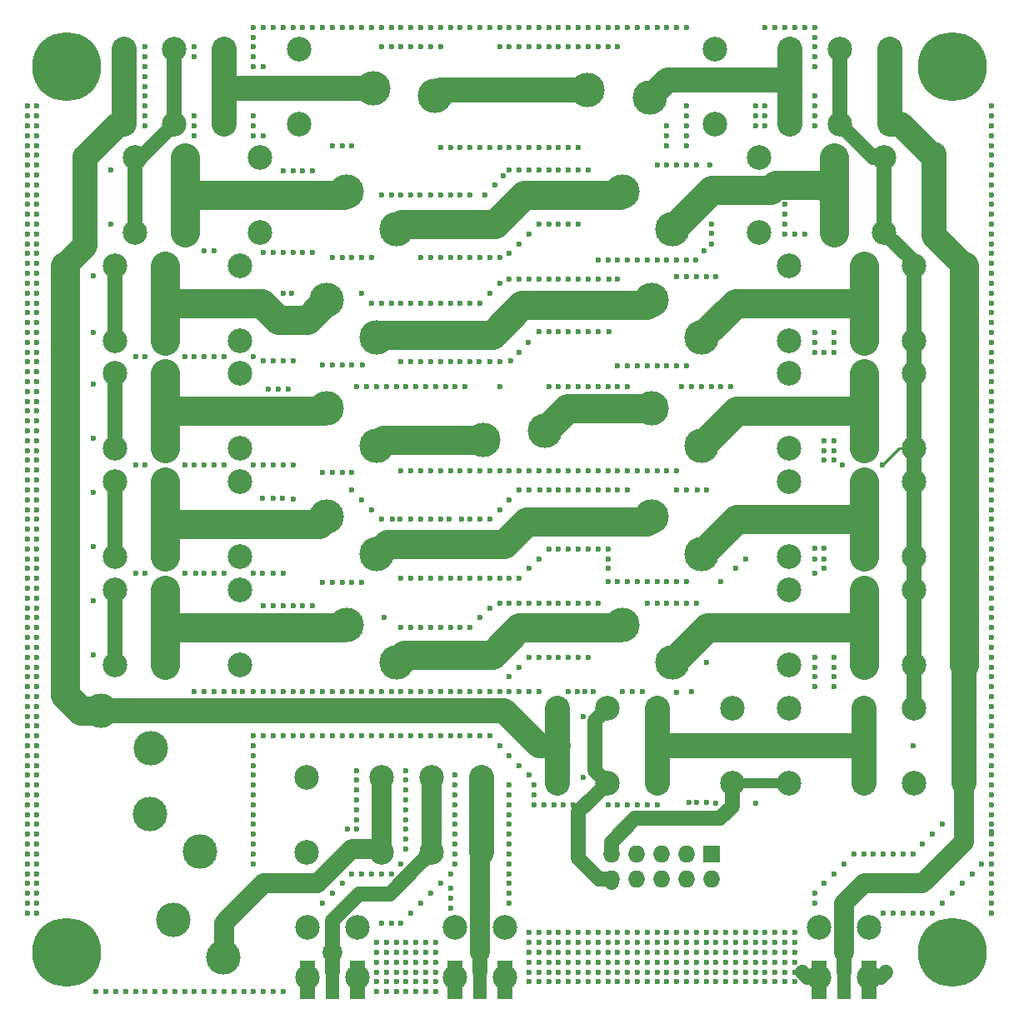
<source format=gtl>
G04 #@! TF.FileFunction,Copper,L1,Top,Signal*
%FSLAX46Y46*%
G04 Gerber Fmt 4.6, Leading zero omitted, Abs format (unit mm)*
G04 Created by KiCad (PCBNEW 4.0.7) date 07/05/18 17:57:39*
%MOMM*%
%LPD*%
G01*
G04 APERTURE LIST*
%ADD10C,0.100000*%
%ADD11C,3.500000*%
%ADD12C,0.600000*%
%ADD13R,1.727200X1.727200*%
%ADD14O,1.727200X1.727200*%
%ADD15C,2.500000*%
%ADD16C,1.998980*%
%ADD17C,2.499360*%
%ADD18C,7.000000*%
%ADD19R,1.400000X4.000000*%
%ADD20R,1.500000X4.000000*%
%ADD21C,0.250000*%
%ADD22C,1.500000*%
%ADD23C,3.000000*%
%ADD24C,2.000000*%
%ADD25C,2.500000*%
%ADD26C,1.000000*%
G04 APERTURE END LIST*
D10*
D11*
X112965295Y-52370148D03*
X119269705Y-53129705D03*
D12*
X91500000Y-139000000D03*
X92500000Y-139000000D03*
X93500000Y-139000000D03*
X94500000Y-139000000D03*
X95500000Y-139000000D03*
X96500000Y-139000000D03*
X97500000Y-139000000D03*
X91500000Y-140000000D03*
X92500000Y-140000000D03*
X93500000Y-140000000D03*
X94500000Y-140000000D03*
X95500000Y-140000000D03*
X96500000Y-140000000D03*
X97500000Y-140000000D03*
X91500000Y-141000000D03*
X92500000Y-141000000D03*
X93500000Y-141000000D03*
X94500000Y-141000000D03*
X95500000Y-141000000D03*
X96500000Y-141000000D03*
X97500000Y-141000000D03*
X91500000Y-142000000D03*
X92500000Y-142000000D03*
X93500000Y-142000000D03*
X94500000Y-142000000D03*
X95500000Y-142000000D03*
X96500000Y-142000000D03*
X97500000Y-142000000D03*
X91500000Y-143000000D03*
X92500000Y-143000000D03*
X93500000Y-143000000D03*
X94500000Y-143000000D03*
X95500000Y-143000000D03*
X96500000Y-143000000D03*
X97500000Y-143000000D03*
X91500000Y-144000000D03*
X92500000Y-144000000D03*
X93500000Y-144000000D03*
X94500000Y-144000000D03*
X95500000Y-144000000D03*
X96500000Y-144000000D03*
X97500000Y-144000000D03*
D11*
X91165295Y-52170148D03*
X97469705Y-52929705D03*
X116460000Y-62730000D03*
X121540000Y-66540000D03*
X119460000Y-84730000D03*
X124540000Y-88540000D03*
D12*
X134000000Y-143000000D03*
X133000000Y-143000000D03*
X132000000Y-143000000D03*
X131000000Y-143000000D03*
X130000000Y-143000000D03*
X129000000Y-143000000D03*
X128000000Y-143000000D03*
X127000000Y-143000000D03*
X126000000Y-143000000D03*
X125000000Y-143000000D03*
X124000000Y-143000000D03*
X123000000Y-143000000D03*
X122000000Y-143000000D03*
X121000000Y-143000000D03*
X120000000Y-143000000D03*
X119000000Y-143000000D03*
X118000000Y-143000000D03*
X117000000Y-143000000D03*
X116000000Y-143000000D03*
X115000000Y-143000000D03*
X114000000Y-143000000D03*
X113000000Y-143000000D03*
X112000000Y-143000000D03*
X111000000Y-143000000D03*
X110000000Y-143000000D03*
X109000000Y-143000000D03*
X108000000Y-143000000D03*
X107000000Y-143000000D03*
X134000000Y-142000000D03*
X133000000Y-142000000D03*
X132000000Y-142000000D03*
X131000000Y-142000000D03*
X130000000Y-142000000D03*
X129000000Y-142000000D03*
X128000000Y-142000000D03*
X127000000Y-142000000D03*
X126000000Y-142000000D03*
X125000000Y-142000000D03*
X124000000Y-142000000D03*
X123000000Y-142000000D03*
X122000000Y-142000000D03*
X121000000Y-142000000D03*
X120000000Y-142000000D03*
X119000000Y-142000000D03*
X118000000Y-142000000D03*
X117000000Y-142000000D03*
X116000000Y-142000000D03*
X115000000Y-142000000D03*
X114000000Y-142000000D03*
X113000000Y-142000000D03*
X112000000Y-142000000D03*
X111000000Y-142000000D03*
X110000000Y-142000000D03*
X109000000Y-142000000D03*
X108000000Y-142000000D03*
X107000000Y-142000000D03*
X134000000Y-141000000D03*
X133000000Y-141000000D03*
X132000000Y-141000000D03*
X131000000Y-141000000D03*
X130000000Y-141000000D03*
X129000000Y-141000000D03*
X128000000Y-141000000D03*
X127000000Y-141000000D03*
X126000000Y-141000000D03*
X125000000Y-141000000D03*
X124000000Y-141000000D03*
X123000000Y-141000000D03*
X122000000Y-141000000D03*
X121000000Y-141000000D03*
X120000000Y-141000000D03*
X119000000Y-141000000D03*
X118000000Y-141000000D03*
X117000000Y-141000000D03*
X116000000Y-141000000D03*
X115000000Y-141000000D03*
X114000000Y-141000000D03*
X113000000Y-141000000D03*
X112000000Y-141000000D03*
X111000000Y-141000000D03*
X110000000Y-141000000D03*
X109000000Y-141000000D03*
X108000000Y-141000000D03*
X107000000Y-141000000D03*
X134000000Y-140000000D03*
X133000000Y-140000000D03*
X132000000Y-140000000D03*
X131000000Y-140000000D03*
X130000000Y-140000000D03*
X129000000Y-140000000D03*
X128000000Y-140000000D03*
X127000000Y-140000000D03*
X126000000Y-140000000D03*
X125000000Y-140000000D03*
X124000000Y-140000000D03*
X123000000Y-140000000D03*
X122000000Y-140000000D03*
X121000000Y-140000000D03*
X120000000Y-140000000D03*
X119000000Y-140000000D03*
X118000000Y-140000000D03*
X117000000Y-140000000D03*
X116000000Y-140000000D03*
X115000000Y-140000000D03*
X114000000Y-140000000D03*
X113000000Y-140000000D03*
X112000000Y-140000000D03*
X111000000Y-140000000D03*
X110000000Y-140000000D03*
X109000000Y-140000000D03*
X108000000Y-140000000D03*
X107000000Y-140000000D03*
X134000000Y-139000000D03*
X133000000Y-139000000D03*
X132000000Y-139000000D03*
X131000000Y-139000000D03*
X130000000Y-139000000D03*
X129000000Y-139000000D03*
X128000000Y-139000000D03*
X127000000Y-139000000D03*
X126000000Y-139000000D03*
X125000000Y-139000000D03*
X124000000Y-139000000D03*
X123000000Y-139000000D03*
X122000000Y-139000000D03*
X121000000Y-139000000D03*
X120000000Y-139000000D03*
X119000000Y-139000000D03*
X118000000Y-139000000D03*
X117000000Y-139000000D03*
X116000000Y-139000000D03*
X115000000Y-139000000D03*
X114000000Y-139000000D03*
X113000000Y-139000000D03*
X112000000Y-139000000D03*
X111000000Y-139000000D03*
X110000000Y-139000000D03*
X109000000Y-139000000D03*
X108000000Y-139000000D03*
X107000000Y-139000000D03*
X134000000Y-138000000D03*
X133000000Y-138000000D03*
X132000000Y-138000000D03*
X131000000Y-138000000D03*
X130000000Y-138000000D03*
X129000000Y-138000000D03*
X128000000Y-138000000D03*
X127000000Y-138000000D03*
X126000000Y-138000000D03*
X125000000Y-138000000D03*
X124000000Y-138000000D03*
X123000000Y-138000000D03*
X122000000Y-138000000D03*
X121000000Y-138000000D03*
X120000000Y-138000000D03*
X119000000Y-138000000D03*
X118000000Y-138000000D03*
X117000000Y-138000000D03*
X116000000Y-138000000D03*
X115000000Y-138000000D03*
X114000000Y-138000000D03*
X113000000Y-138000000D03*
X112000000Y-138000000D03*
X111000000Y-138000000D03*
X110000000Y-138000000D03*
X109000000Y-138000000D03*
X108000000Y-138000000D03*
X107000000Y-138000000D03*
X154000000Y-136000000D03*
X154000000Y-135000000D03*
X154000000Y-134000000D03*
X154000000Y-133000000D03*
X154000000Y-132000000D03*
X154000000Y-131000000D03*
X154000000Y-130000000D03*
X154000000Y-129000000D03*
X154000000Y-128000000D03*
X154000000Y-127000000D03*
X154000000Y-126000000D03*
X154000000Y-125000000D03*
X154000000Y-124000000D03*
X154000000Y-123000000D03*
X154000000Y-122000000D03*
X154000000Y-121000000D03*
X154000000Y-120000000D03*
X154000000Y-119000000D03*
X154000000Y-118000000D03*
X154000000Y-117000000D03*
X154000000Y-116000000D03*
X154000000Y-115000000D03*
X154000000Y-114000000D03*
X154000000Y-113000000D03*
X154000000Y-112000000D03*
X154000000Y-111000000D03*
X154000000Y-110000000D03*
X154000000Y-109000000D03*
X154000000Y-108000000D03*
X154000000Y-107000000D03*
X154000000Y-106000000D03*
X154000000Y-105000000D03*
X154000000Y-104000000D03*
X154000000Y-103000000D03*
X154000000Y-102000000D03*
X154000000Y-101000000D03*
X154000000Y-100000000D03*
X154000000Y-99000000D03*
X154000000Y-98000000D03*
X154000000Y-97000000D03*
X154000000Y-96000000D03*
X154000000Y-95000000D03*
X154000000Y-94000000D03*
X154000000Y-93000000D03*
X154000000Y-92000000D03*
X154000000Y-91000000D03*
X154000000Y-90000000D03*
X154000000Y-89000000D03*
X154000000Y-88000000D03*
X154000000Y-87000000D03*
X154000000Y-86000000D03*
X154000000Y-85000000D03*
X154000000Y-84000000D03*
X154000000Y-83000000D03*
X154000000Y-82000000D03*
X154000000Y-81000000D03*
X154000000Y-80000000D03*
X154000000Y-79000000D03*
X154000000Y-78000000D03*
X154000000Y-77000000D03*
X154000000Y-76000000D03*
X154000000Y-75000000D03*
X154000000Y-74000000D03*
X154000000Y-73000000D03*
X154000000Y-72000000D03*
X154000000Y-71000000D03*
X154000000Y-70000000D03*
X154000000Y-69000000D03*
X154000000Y-68000000D03*
X154000000Y-67000000D03*
X154000000Y-66000000D03*
X154000000Y-65000000D03*
X154000000Y-64000000D03*
X154000000Y-63000000D03*
X154000000Y-62000000D03*
X154000000Y-61000000D03*
X154000000Y-60000000D03*
X154000000Y-59000000D03*
X154000000Y-58000000D03*
X154000000Y-57000000D03*
X154000000Y-56000000D03*
X154000000Y-55000000D03*
X154000000Y-54000000D03*
X57000000Y-136000000D03*
X56000000Y-136000000D03*
X57000000Y-135000000D03*
X56000000Y-135000000D03*
X57000000Y-134000000D03*
X56000000Y-134000000D03*
X57000000Y-133000000D03*
X56000000Y-133000000D03*
X57000000Y-132000000D03*
X56000000Y-132000000D03*
X57000000Y-131000000D03*
X56000000Y-131000000D03*
X57000000Y-130000000D03*
X56000000Y-130000000D03*
X57000000Y-129000000D03*
X56000000Y-129000000D03*
X57000000Y-128000000D03*
X56000000Y-128000000D03*
X57000000Y-127000000D03*
X56000000Y-127000000D03*
X57000000Y-126000000D03*
X56000000Y-126000000D03*
X57000000Y-125000000D03*
X56000000Y-125000000D03*
X57000000Y-124000000D03*
X56000000Y-124000000D03*
X57000000Y-123000000D03*
X56000000Y-123000000D03*
X57000000Y-122000000D03*
X56000000Y-122000000D03*
X57000000Y-121000000D03*
X56000000Y-121000000D03*
X57000000Y-120000000D03*
X56000000Y-120000000D03*
X57000000Y-119000000D03*
X56000000Y-119000000D03*
X57000000Y-118000000D03*
X56000000Y-118000000D03*
X57000000Y-117000000D03*
X56000000Y-117000000D03*
X57000000Y-116000000D03*
X56000000Y-116000000D03*
X57000000Y-115000000D03*
X56000000Y-115000000D03*
X57000000Y-114000000D03*
X56000000Y-114000000D03*
X57000000Y-113000000D03*
X56000000Y-113000000D03*
X57000000Y-112000000D03*
X56000000Y-112000000D03*
X57000000Y-111000000D03*
X56000000Y-111000000D03*
X57000000Y-110000000D03*
X56000000Y-110000000D03*
X57000000Y-109000000D03*
X56000000Y-109000000D03*
X57000000Y-108000000D03*
X56000000Y-108000000D03*
X57000000Y-107000000D03*
X56000000Y-107000000D03*
X57000000Y-106000000D03*
X56000000Y-106000000D03*
X57000000Y-105000000D03*
X56000000Y-105000000D03*
X57000000Y-104000000D03*
X56000000Y-104000000D03*
X57000000Y-103000000D03*
X56000000Y-103000000D03*
X57000000Y-102000000D03*
X56000000Y-102000000D03*
X57000000Y-101000000D03*
X56000000Y-101000000D03*
X57000000Y-100000000D03*
X56000000Y-100000000D03*
X57000000Y-99000000D03*
X56000000Y-99000000D03*
X57000000Y-98000000D03*
X56000000Y-98000000D03*
X57000000Y-97000000D03*
X56000000Y-97000000D03*
X57000000Y-96000000D03*
X56000000Y-96000000D03*
X57000000Y-95000000D03*
X56000000Y-95000000D03*
X57000000Y-94000000D03*
X56000000Y-94000000D03*
X57000000Y-93000000D03*
X56000000Y-93000000D03*
X57000000Y-92000000D03*
X56000000Y-92000000D03*
X57000000Y-91000000D03*
X56000000Y-91000000D03*
X57000000Y-90000000D03*
X56000000Y-90000000D03*
X57000000Y-89000000D03*
X56000000Y-89000000D03*
X57000000Y-88000000D03*
X56000000Y-88000000D03*
X57000000Y-87000000D03*
X56000000Y-87000000D03*
X57000000Y-86000000D03*
X56000000Y-86000000D03*
X57000000Y-85000000D03*
X56000000Y-85000000D03*
X57000000Y-84000000D03*
X56000000Y-84000000D03*
X57000000Y-83000000D03*
X56000000Y-83000000D03*
X57000000Y-82000000D03*
X56000000Y-82000000D03*
X57000000Y-81000000D03*
X56000000Y-81000000D03*
X57000000Y-80000000D03*
X56000000Y-80000000D03*
X57000000Y-79000000D03*
X56000000Y-79000000D03*
X57000000Y-78000000D03*
X56000000Y-78000000D03*
X57000000Y-77000000D03*
X56000000Y-77000000D03*
X57000000Y-76000000D03*
X56000000Y-76000000D03*
X57000000Y-75000000D03*
X56000000Y-75000000D03*
X57000000Y-74000000D03*
X56000000Y-74000000D03*
X57000000Y-73000000D03*
X56000000Y-73000000D03*
X57000000Y-72000000D03*
X56000000Y-72000000D03*
X57000000Y-71000000D03*
X56000000Y-71000000D03*
X57000000Y-70000000D03*
X56000000Y-70000000D03*
X57000000Y-69000000D03*
X56000000Y-69000000D03*
X57000000Y-68000000D03*
X56000000Y-68000000D03*
X57000000Y-67000000D03*
X56000000Y-67000000D03*
X57000000Y-66000000D03*
X56000000Y-66000000D03*
X57000000Y-65000000D03*
X56000000Y-65000000D03*
X57000000Y-64000000D03*
X56000000Y-64000000D03*
X57000000Y-63000000D03*
X56000000Y-63000000D03*
X57000000Y-62000000D03*
X56000000Y-62000000D03*
X57000000Y-61000000D03*
X56000000Y-61000000D03*
X57000000Y-60000000D03*
X56000000Y-60000000D03*
X57000000Y-59000000D03*
X56000000Y-59000000D03*
X57000000Y-58000000D03*
X56000000Y-58000000D03*
X57000000Y-57000000D03*
X56000000Y-57000000D03*
X57000000Y-56000000D03*
X56000000Y-56000000D03*
X57000000Y-55000000D03*
X56000000Y-55000000D03*
X57000000Y-54000000D03*
D13*
X125500000Y-130000000D03*
D14*
X125500000Y-132540000D03*
X122960000Y-130000000D03*
X122960000Y-132540000D03*
X120420000Y-130000000D03*
X120420000Y-132540000D03*
X117880000Y-130000000D03*
X117880000Y-132540000D03*
X115340000Y-130000000D03*
X115340000Y-132540000D03*
D15*
X133380000Y-70190000D03*
X133380000Y-77810000D03*
X141000000Y-70190000D03*
X141000000Y-77810000D03*
X146080000Y-70190000D03*
X146080000Y-77810000D03*
X151160000Y-70190000D03*
X151160000Y-77810000D03*
D11*
X119460000Y-95730000D03*
X124540000Y-99540000D03*
D15*
X127620000Y-122810000D03*
X127620000Y-115190000D03*
X120000000Y-122810000D03*
X120000000Y-115190000D03*
X114920000Y-122810000D03*
X114920000Y-115190000D03*
X109840000Y-122810000D03*
X109840000Y-115190000D03*
X83620000Y-55810000D03*
X83620000Y-48190000D03*
X76000000Y-55810000D03*
X76000000Y-48190000D03*
X70920000Y-55810000D03*
X70920000Y-48190000D03*
X65840000Y-55810000D03*
X65840000Y-48190000D03*
X133380000Y-103190000D03*
X133380000Y-110810000D03*
X141000000Y-103190000D03*
X141000000Y-110810000D03*
X146080000Y-103190000D03*
X146080000Y-110810000D03*
X151160000Y-103190000D03*
X151160000Y-110810000D03*
D11*
X86460000Y-95730000D03*
X91540000Y-99540000D03*
D16*
X102000000Y-140000000D03*
D17*
X104540000Y-137460000D03*
X104540000Y-142540000D03*
X99460000Y-142540000D03*
X99460000Y-137460000D03*
D16*
X139000000Y-140000000D03*
D17*
X141540000Y-137460000D03*
X141540000Y-142540000D03*
X136460000Y-142540000D03*
X136460000Y-137460000D03*
D18*
X60000000Y-50000000D03*
X150000000Y-140000000D03*
X60000000Y-140000000D03*
X150000000Y-50000000D03*
D16*
X87000000Y-140000000D03*
D17*
X89540000Y-137460000D03*
X89540000Y-142540000D03*
X84460000Y-142540000D03*
X84460000Y-137460000D03*
D11*
X86460000Y-84730000D03*
X91540000Y-88540000D03*
X75940000Y-140470000D03*
X70860000Y-136660000D03*
X88460000Y-62730000D03*
X93540000Y-66540000D03*
X86460000Y-73730000D03*
X91540000Y-77540000D03*
X88460000Y-106730000D03*
X93540000Y-110540000D03*
X73540000Y-129770000D03*
X68460000Y-125960000D03*
X119460000Y-73730000D03*
X124540000Y-77540000D03*
X116460000Y-106730000D03*
X121540000Y-110540000D03*
X68540000Y-119270000D03*
X63460000Y-115460000D03*
D15*
X84380000Y-122190000D03*
X84380000Y-129810000D03*
X92000000Y-122190000D03*
X92000000Y-129810000D03*
X97080000Y-122190000D03*
X97080000Y-129810000D03*
X102160000Y-122190000D03*
X102160000Y-129810000D03*
X79620000Y-66810000D03*
X79620000Y-59190000D03*
X72000000Y-66810000D03*
X72000000Y-59190000D03*
X66920000Y-66810000D03*
X66920000Y-59190000D03*
X61840000Y-66810000D03*
X61840000Y-59190000D03*
X77620000Y-77810000D03*
X77620000Y-70190000D03*
X70000000Y-77810000D03*
X70000000Y-70190000D03*
X64920000Y-77810000D03*
X64920000Y-70190000D03*
X59840000Y-77810000D03*
X59840000Y-70190000D03*
X77620000Y-88810000D03*
X77620000Y-81190000D03*
X70000000Y-88810000D03*
X70000000Y-81190000D03*
X64920000Y-88810000D03*
X64920000Y-81190000D03*
X59840000Y-88810000D03*
X59840000Y-81190000D03*
X77620000Y-99810000D03*
X77620000Y-92190000D03*
X70000000Y-99810000D03*
X70000000Y-92190000D03*
X64920000Y-99810000D03*
X64920000Y-92190000D03*
X59840000Y-99810000D03*
X59840000Y-92190000D03*
X77620000Y-110810000D03*
X77620000Y-103190000D03*
X70000000Y-110810000D03*
X70000000Y-103190000D03*
X64920000Y-110810000D03*
X64920000Y-103190000D03*
X59840000Y-110810000D03*
X59840000Y-103190000D03*
X125880000Y-48190000D03*
X125880000Y-55810000D03*
X133500000Y-48190000D03*
X133500000Y-55810000D03*
X138580000Y-48190000D03*
X138580000Y-55810000D03*
X143660000Y-48190000D03*
X143660000Y-55810000D03*
X130380000Y-59190000D03*
X130380000Y-66810000D03*
X138000000Y-59190000D03*
X138000000Y-66810000D03*
X143080000Y-59190000D03*
X143080000Y-66810000D03*
X148160000Y-59190000D03*
X148160000Y-66810000D03*
X133380000Y-81190000D03*
X133380000Y-88810000D03*
X141000000Y-81190000D03*
X141000000Y-88810000D03*
X146080000Y-81190000D03*
X146080000Y-88810000D03*
X151160000Y-81190000D03*
X151160000Y-88810000D03*
X133380000Y-92190000D03*
X133380000Y-99810000D03*
X141000000Y-92190000D03*
X141000000Y-99810000D03*
X146080000Y-92190000D03*
X146080000Y-99810000D03*
X151160000Y-92190000D03*
X151160000Y-99810000D03*
X133380000Y-115190000D03*
X133380000Y-122810000D03*
X141000000Y-115190000D03*
X141000000Y-122810000D03*
X146080000Y-115190000D03*
X146080000Y-122810000D03*
X151160000Y-115190000D03*
X151160000Y-122810000D03*
D11*
X102305923Y-87898026D03*
X108592102Y-87000000D03*
D19*
X102000000Y-142800000D03*
D20*
X104540000Y-142800000D03*
X99460000Y-142800000D03*
D19*
X87000000Y-142800000D03*
D20*
X89540000Y-142800000D03*
X84460000Y-142800000D03*
D19*
X139000000Y-142800000D03*
D20*
X141540000Y-142800000D03*
X136460000Y-142800000D03*
D12*
X56000000Y-54000000D03*
X138000000Y-90000000D03*
X138000000Y-89000000D03*
X138000000Y-88000000D03*
X138000000Y-77000000D03*
X138000000Y-78000000D03*
X138000000Y-79000000D03*
X137000000Y-79000000D03*
X136000000Y-79000000D03*
X136000000Y-78000000D03*
X136000000Y-77000000D03*
X137000000Y-90000000D03*
X137000000Y-89000000D03*
X137000000Y-88000000D03*
X138800000Y-90500000D03*
X142900000Y-90500000D03*
X137000000Y-101000000D03*
X137000000Y-100000000D03*
X137000000Y-98900000D03*
X136000000Y-98900000D03*
X136000000Y-100000000D03*
X136000000Y-101500000D03*
X138000000Y-113000000D03*
X138000000Y-112000000D03*
X138000000Y-111000000D03*
X138000000Y-110000000D03*
X136000000Y-110000000D03*
X136000000Y-111000000D03*
X136000000Y-112000000D03*
X136000000Y-113000000D03*
X131000000Y-46000000D03*
X132000000Y-46000000D03*
X133000000Y-46000000D03*
X134000000Y-46000000D03*
X135000000Y-46000000D03*
X136000000Y-46000000D03*
X136000000Y-47000000D03*
X123000000Y-46000000D03*
X122000000Y-46000000D03*
X121000000Y-46000000D03*
X120000000Y-46000000D03*
X119000000Y-46000000D03*
X118000000Y-46000000D03*
X117000000Y-46000000D03*
X136000000Y-50000000D03*
X136000000Y-49000000D03*
X136000000Y-48000000D03*
X136000000Y-53000000D03*
X136000000Y-54000000D03*
X136000000Y-55000000D03*
X136000000Y-56000000D03*
X87000000Y-58000000D03*
X88000000Y-58000000D03*
X89000000Y-58000000D03*
X98000000Y-58200000D03*
X99000000Y-58200000D03*
X100000000Y-58200000D03*
X101000000Y-58200000D03*
X102000000Y-58200000D03*
X103000000Y-58200000D03*
X104000000Y-58200000D03*
X105000000Y-58200000D03*
X106000000Y-58200000D03*
X107000000Y-58200000D03*
X108000000Y-58200000D03*
X109000000Y-58200000D03*
X110000000Y-58200000D03*
X111000000Y-58200000D03*
X112000000Y-58200000D03*
X68000000Y-56000000D03*
X68000000Y-56000000D03*
X68000000Y-55000000D03*
X68000000Y-54000000D03*
X68000000Y-53000000D03*
X68000000Y-52000000D03*
X68000000Y-51000000D03*
X68000000Y-50000000D03*
X68000000Y-49000000D03*
X68000000Y-48000000D03*
X73000000Y-49000000D03*
X73000000Y-48000000D03*
X73000000Y-55000000D03*
X73000000Y-56000000D03*
X73000000Y-57000000D03*
X80000000Y-57000000D03*
X79000000Y-57000000D03*
X79000000Y-56000000D03*
X79000000Y-55000000D03*
X116000000Y-46000000D03*
X115000000Y-46000000D03*
X114000000Y-46000000D03*
X113000000Y-46000000D03*
X112000000Y-46000000D03*
X111000000Y-46000000D03*
X110000000Y-46000000D03*
X109000000Y-46000000D03*
X108000000Y-46000000D03*
X107000000Y-46000000D03*
X106000000Y-46000000D03*
X105000000Y-46000000D03*
X104000000Y-46000000D03*
X103000000Y-46000000D03*
X102000000Y-46000000D03*
X101000000Y-46000000D03*
X100000000Y-46000000D03*
X99000000Y-46000000D03*
X98000000Y-46000000D03*
X97000000Y-46000000D03*
X96000000Y-46000000D03*
X95000000Y-46000000D03*
X94000000Y-46000000D03*
X93000000Y-46000000D03*
X92000000Y-46000000D03*
X91000000Y-46000000D03*
X90000000Y-46000000D03*
X89000000Y-46000000D03*
X88000000Y-46000000D03*
X87000000Y-46000000D03*
X86000000Y-46000000D03*
X85000000Y-46000000D03*
X84000000Y-46000000D03*
X83000000Y-46000000D03*
X82000000Y-46000000D03*
X81000000Y-46000000D03*
X80000000Y-46000000D03*
X79000000Y-46000000D03*
X79000000Y-47000000D03*
X79000000Y-48000000D03*
X79000000Y-49000000D03*
X79000000Y-50000000D03*
X80000000Y-50000000D03*
X92000000Y-48000000D03*
X93000000Y-48000000D03*
X94000000Y-48000000D03*
X95000000Y-48000000D03*
X96000000Y-48000000D03*
X97000000Y-48000000D03*
X98000000Y-48000000D03*
X116000000Y-48000000D03*
X115000000Y-48000000D03*
X114000000Y-48000000D03*
X113000000Y-48000000D03*
X112000000Y-48000000D03*
X111000000Y-48000000D03*
X110000000Y-48000000D03*
X109000000Y-48000000D03*
X108000000Y-48000000D03*
X107000000Y-48000000D03*
X106000000Y-48000000D03*
X105000000Y-48000000D03*
X104000000Y-48000000D03*
X123000000Y-58000000D03*
X121000000Y-57000000D03*
X121000000Y-56000000D03*
X121000000Y-56000000D03*
X121000000Y-58000000D03*
X123000000Y-57000000D03*
X123000000Y-56000000D03*
X123000000Y-55000000D03*
X123000000Y-54000000D03*
X131000000Y-54000000D03*
X131000000Y-55000000D03*
X131000000Y-56000000D03*
X130000000Y-56000000D03*
X130000000Y-55000000D03*
X130000000Y-54000000D03*
X135000000Y-67000000D03*
X134000000Y-67000000D03*
X133000000Y-67000000D03*
X133000000Y-66000000D03*
X133000000Y-65000000D03*
X133000000Y-64000000D03*
X133000000Y-64000000D03*
X80500000Y-82750000D03*
X81500000Y-82750000D03*
X82500000Y-82750000D03*
X89500000Y-82500000D03*
X90500000Y-82500000D03*
X91500000Y-82500000D03*
X92500000Y-82500000D03*
X93500000Y-82500000D03*
X94500000Y-82500000D03*
X95500000Y-82500000D03*
X96500000Y-82500000D03*
X97500000Y-82500000D03*
X98500000Y-82500000D03*
X99500000Y-82500000D03*
X100500000Y-82500000D03*
X104000000Y-82500000D03*
X109000000Y-82500000D03*
X110000000Y-82500000D03*
X111000000Y-82500000D03*
X112000000Y-82500000D03*
X113000000Y-82500000D03*
X114000000Y-82500000D03*
X115000000Y-82500000D03*
X116000000Y-82500000D03*
X117000000Y-82500000D03*
X122500000Y-82500000D03*
X123500000Y-82500000D03*
X124500000Y-82500000D03*
X125500000Y-82500000D03*
X126500000Y-82500000D03*
X127500000Y-82500000D03*
X63000000Y-144000000D03*
X64000000Y-144000000D03*
X65000000Y-144000000D03*
X66000000Y-144000000D03*
X67000000Y-144000000D03*
X68000000Y-144000000D03*
X69000000Y-144000000D03*
X70000000Y-144000000D03*
X71000000Y-144000000D03*
X72000000Y-144000000D03*
X73000000Y-144000000D03*
X74000000Y-144000000D03*
X75000000Y-144000000D03*
X76000000Y-144000000D03*
X77000000Y-144000000D03*
X78000000Y-144000000D03*
X79000000Y-144000000D03*
X80000000Y-144000000D03*
X81000000Y-144000000D03*
X82000000Y-144000000D03*
X82000000Y-144000000D03*
X123250000Y-124750000D03*
X124000000Y-124750000D03*
X125000000Y-124750000D03*
X125000000Y-124750000D03*
X120000000Y-125000000D03*
X119000000Y-125000000D03*
X118000000Y-125000000D03*
X117000000Y-125000000D03*
X116000000Y-125000000D03*
X111500000Y-125000000D03*
X110500000Y-125000000D03*
X109500000Y-125000000D03*
X108500000Y-125000000D03*
X107500000Y-125000000D03*
X107500000Y-124000000D03*
X107500000Y-123000000D03*
X107000000Y-122000000D03*
X106000000Y-121000000D03*
X105000000Y-120000000D03*
X104000000Y-119000000D03*
X103000000Y-118000000D03*
X102000000Y-118000000D03*
X101000000Y-118000000D03*
X100000000Y-118000000D03*
X99000000Y-118000000D03*
X98000000Y-118000000D03*
X97000000Y-118000000D03*
X96000000Y-118000000D03*
X95000000Y-118000000D03*
X94000000Y-118000000D03*
X93000000Y-118000000D03*
X92000000Y-118000000D03*
X91000000Y-118000000D03*
X90000000Y-118000000D03*
X89000000Y-118000000D03*
X88000000Y-118000000D03*
X87000000Y-118000000D03*
X86000000Y-118000000D03*
X85000000Y-118000000D03*
X84000000Y-118000000D03*
X83000000Y-118000000D03*
X82000000Y-118000000D03*
X81000000Y-118000000D03*
X80000000Y-118000000D03*
X79000000Y-118000000D03*
X79000000Y-119000000D03*
X79000000Y-120000000D03*
X79000000Y-121000000D03*
X79000000Y-122000000D03*
X79000000Y-123000000D03*
X79000000Y-124000000D03*
X79000000Y-125000000D03*
X79000000Y-126000000D03*
X79000000Y-127000000D03*
X79000000Y-128000000D03*
X79000000Y-129000000D03*
X79000000Y-130000000D03*
X79000000Y-131000000D03*
X89500000Y-121500000D03*
X89500000Y-122500000D03*
X89500000Y-123500000D03*
X89500000Y-124500000D03*
X89500000Y-125500000D03*
X89500000Y-126500000D03*
X89500000Y-127500000D03*
X88500000Y-127500000D03*
X94500000Y-121500000D03*
X94500000Y-122500000D03*
X94500000Y-123500000D03*
X94500000Y-124500000D03*
X94500000Y-125500000D03*
X94500000Y-126500000D03*
X94500000Y-127500000D03*
X94500000Y-128500000D03*
X94500000Y-129500000D03*
X94000000Y-131000000D03*
X93000000Y-132000000D03*
X92000000Y-132000000D03*
X91000000Y-132000000D03*
X90000000Y-132000000D03*
X89000000Y-132000000D03*
X88000000Y-133000000D03*
X87000000Y-134000000D03*
X86000000Y-135000000D03*
X105000000Y-123000000D03*
X105000000Y-124000000D03*
X105000000Y-125000000D03*
X105000000Y-126000000D03*
X105000000Y-127000000D03*
X105000000Y-128000000D03*
X105000000Y-129000000D03*
X105000000Y-130000000D03*
X105000000Y-131000000D03*
X105000000Y-132000000D03*
X105000000Y-133000000D03*
X105000000Y-134000000D03*
X105000000Y-135000000D03*
X99000000Y-133500000D03*
X99000000Y-134500000D03*
X99000000Y-135500000D03*
X99500000Y-122000000D03*
X99500000Y-123000000D03*
X99500000Y-124000000D03*
X99500000Y-125000000D03*
X99500000Y-126000000D03*
X99500000Y-127000000D03*
X99500000Y-128000000D03*
X99500000Y-129000000D03*
X99500000Y-130000000D03*
X99500000Y-131000000D03*
X99000000Y-132000000D03*
X98000000Y-133000000D03*
X97000000Y-134000000D03*
X96000000Y-135000000D03*
X95000000Y-136000000D03*
X94000000Y-137000000D03*
X93000000Y-137000000D03*
X92000000Y-137000000D03*
X149000000Y-127000000D03*
X148000000Y-128000000D03*
X147000000Y-129000000D03*
X146000000Y-130000000D03*
X145000000Y-130000000D03*
X144000000Y-130000000D03*
X143000000Y-130000000D03*
X142000000Y-130000000D03*
X141000000Y-130000000D03*
X140000000Y-130000000D03*
X139000000Y-131000000D03*
X138000000Y-132000000D03*
X137000000Y-133000000D03*
X136000000Y-134000000D03*
X136000000Y-135000000D03*
X153000000Y-131000000D03*
X152000000Y-132000000D03*
X151000000Y-133000000D03*
X150000000Y-134000000D03*
X149000000Y-135000000D03*
X148000000Y-136000000D03*
X147000000Y-136000000D03*
X146000000Y-136000000D03*
X145000000Y-136000000D03*
X144000000Y-136000000D03*
X143000000Y-136000000D03*
X73000000Y-113500000D03*
X74000000Y-113500000D03*
X75000000Y-113500000D03*
X76000000Y-113500000D03*
X77000000Y-113500000D03*
X77900000Y-113500000D03*
X79000000Y-113500000D03*
X80000000Y-113500000D03*
X81000000Y-113500000D03*
X82000000Y-113500000D03*
X83000000Y-113500000D03*
X84000000Y-113500000D03*
X85000000Y-113500000D03*
X86000000Y-113500000D03*
X87000000Y-113500000D03*
X88000000Y-113500000D03*
X89000000Y-113500000D03*
X90000000Y-113500000D03*
X91000000Y-113500000D03*
X92000000Y-113500000D03*
X93000000Y-113500000D03*
X94000000Y-113500000D03*
X95000000Y-113500000D03*
X96000000Y-113500000D03*
X97000000Y-113500000D03*
X98000000Y-113500000D03*
X99000000Y-113500000D03*
X100000000Y-113500000D03*
X101000000Y-113500000D03*
X129000000Y-100000000D03*
X128000000Y-101000000D03*
X126500000Y-102300000D03*
X123000000Y-102300000D03*
X122000000Y-102300000D03*
X121000000Y-102300000D03*
X120000000Y-102300000D03*
X119000000Y-102300000D03*
X118000000Y-102300000D03*
X117000000Y-102300000D03*
X116000000Y-102300000D03*
X115000000Y-102300000D03*
X115000000Y-100999996D03*
X114000000Y-104500012D03*
X115000000Y-100000000D03*
X115000000Y-99000000D03*
X114000000Y-99000000D03*
X113000000Y-99000000D03*
X112000000Y-99000000D03*
X111000000Y-99000000D03*
X110000000Y-99000000D03*
X109000000Y-99000000D03*
X108000000Y-100000000D03*
X107000000Y-101000000D03*
X106000000Y-102000000D03*
X105000000Y-102000000D03*
X104000000Y-102000000D03*
X103000000Y-102000000D03*
X102000000Y-102000000D03*
X101000000Y-102000000D03*
X100000000Y-102000000D03*
X99000000Y-102000000D03*
X98000000Y-102000000D03*
X97000000Y-102000000D03*
X96000000Y-102000000D03*
X106900000Y-78000000D03*
X106000000Y-78999998D03*
X105100000Y-79900000D03*
X103000000Y-80000004D03*
X101900002Y-80000000D03*
X101000000Y-80000000D03*
X100000000Y-80000000D03*
X99000000Y-80000000D03*
X97999998Y-80000000D03*
X97000000Y-80000000D03*
X96000004Y-80000000D03*
X94999996Y-80000000D03*
X94000000Y-80000000D03*
X90100000Y-80300000D03*
X89000000Y-80300000D03*
X87000000Y-80300000D03*
X88000000Y-80300000D03*
X86000000Y-80300000D03*
X85000000Y-60600000D03*
X84000000Y-60600000D03*
X83000000Y-60600000D03*
X82000000Y-60600000D03*
X92000000Y-63000000D03*
X93000000Y-63000000D03*
X94000000Y-63000000D03*
X95000000Y-63000000D03*
X95900000Y-63000000D03*
X97000000Y-63000000D03*
X98000000Y-63000000D03*
X99000000Y-63000000D03*
X100000000Y-63000000D03*
X101000000Y-63000000D03*
X104400000Y-61100000D03*
X103500000Y-62000000D03*
X102500000Y-63000000D03*
X105000000Y-60500000D03*
X106000000Y-60500000D03*
X107000000Y-60500000D03*
X108000000Y-60500000D03*
X109000000Y-60500000D03*
X110000000Y-60500000D03*
X111000000Y-60500000D03*
X112000000Y-60500000D03*
X113000000Y-60500000D03*
X120000000Y-60000000D03*
X121000000Y-60000000D03*
X122000000Y-60000000D03*
X123000000Y-60000000D03*
X124000000Y-60000000D03*
X125375000Y-60000000D03*
X125500000Y-66000000D03*
X125500000Y-66900000D03*
X125500000Y-68000000D03*
X124800000Y-68700000D03*
X123900000Y-69600000D03*
X123000000Y-69600000D03*
X122000000Y-69600000D03*
X121000000Y-69600000D03*
X120000000Y-69600000D03*
X119000000Y-69600000D03*
X118000000Y-69600000D03*
X117000000Y-69600000D03*
X116000000Y-69600000D03*
X115000000Y-69600000D03*
X114000000Y-69600000D03*
X112000000Y-66000000D03*
X111000000Y-66000000D03*
X110000000Y-66000000D03*
X109000000Y-66000000D03*
X108000000Y-66000000D03*
X107000000Y-67000000D03*
X106000000Y-68000000D03*
X105000000Y-69000000D03*
X104000000Y-69400000D03*
X103000000Y-69400000D03*
X102000000Y-69400000D03*
X101000000Y-69400000D03*
X100000000Y-69400000D03*
X99000000Y-69400000D03*
X98000000Y-69400000D03*
X97000000Y-69400000D03*
X96000000Y-69400000D03*
X91000000Y-69400000D03*
X90000000Y-69400000D03*
X89000000Y-69400000D03*
X88000000Y-69400000D03*
X87000000Y-69400000D03*
X85000000Y-68900000D03*
X84000000Y-68900000D03*
X83000000Y-68900000D03*
X82000000Y-68900000D03*
X81000000Y-68900000D03*
X80000000Y-68900000D03*
X75000000Y-68700000D03*
X74000000Y-68700000D03*
X82000000Y-73000000D03*
X82900000Y-73000000D03*
X90000000Y-73000000D03*
X91000000Y-74000000D03*
X92000000Y-74000000D03*
X93000000Y-74000000D03*
X94000000Y-74000000D03*
X95000000Y-74000000D03*
X96000000Y-74000000D03*
X97000000Y-74000000D03*
X98000000Y-74000000D03*
X99000000Y-74000000D03*
X100000000Y-74000000D03*
X101000000Y-74000000D03*
X104000000Y-72000000D03*
X103000000Y-73000000D03*
X102000000Y-74000000D03*
X105000000Y-71600000D03*
X106000000Y-71600000D03*
X107000000Y-71600000D03*
X108000000Y-71600000D03*
X109000000Y-71600000D03*
X110000000Y-71600000D03*
X111000000Y-71600000D03*
X112000000Y-71600000D03*
X113000000Y-71600000D03*
X114000000Y-71600000D03*
X116000004Y-71600000D03*
X115100000Y-71600000D03*
X122000000Y-71300000D03*
X123000000Y-71300000D03*
X124000000Y-71300000D03*
X125000000Y-71300000D03*
X126000000Y-71300000D03*
X115100000Y-76900000D03*
X114000000Y-76900000D03*
X113000000Y-76900000D03*
X112000000Y-76900000D03*
X111000000Y-76900000D03*
X110000000Y-76900000D03*
X109000000Y-76900000D03*
X108000000Y-76900000D03*
X104000000Y-80000000D03*
X123000000Y-80400000D03*
X122000000Y-80400000D03*
X121000000Y-80400000D03*
X120000000Y-80400000D03*
X119000000Y-80400000D03*
X118000000Y-80400000D03*
X117000000Y-80400000D03*
X116000000Y-80400000D03*
X80000000Y-79900000D03*
X83000000Y-79900000D03*
X82000000Y-79900000D03*
X81000000Y-79900000D03*
X79000000Y-79500000D03*
X76000000Y-79500000D03*
X75000000Y-79500000D03*
X74000000Y-79500000D03*
X73000000Y-79500000D03*
X72000000Y-79500000D03*
X68000000Y-79500000D03*
X67000000Y-79500000D03*
X122000000Y-113600000D03*
X112700000Y-113500000D03*
X111900000Y-113500000D03*
X111000000Y-113500000D03*
X108000000Y-113500000D03*
X107000000Y-113500000D03*
X80000000Y-104800000D03*
X81000000Y-104800000D03*
X82000000Y-104800000D03*
X83000000Y-104800000D03*
X84000000Y-104800000D03*
X85000000Y-104800000D03*
X92300000Y-106000000D03*
X94000000Y-107000000D03*
X95000000Y-107000000D03*
X96000000Y-107000000D03*
X97000000Y-107000000D03*
X98000000Y-107000000D03*
X99000000Y-107000000D03*
X100000000Y-107000000D03*
X103000000Y-105000000D03*
X102000000Y-106000000D03*
X104000000Y-104500000D03*
X105000000Y-104500000D03*
X106000000Y-104500000D03*
X107000000Y-104500000D03*
X108000000Y-104500000D03*
X109000000Y-104500000D03*
X110000000Y-104500000D03*
X111000000Y-104500000D03*
X112000000Y-104500000D03*
X113000000Y-104500000D03*
X124000000Y-104500000D03*
X123000000Y-104500000D03*
X122000000Y-104500000D03*
X121000000Y-104500000D03*
X120000000Y-104500000D03*
X119000000Y-104500000D03*
X101000000Y-107000000D03*
X113000000Y-110000000D03*
X112000000Y-110000000D03*
X111000000Y-110000000D03*
X110000000Y-110000000D03*
X109000000Y-110000000D03*
X108000000Y-110000000D03*
X107000000Y-110000000D03*
X106000000Y-111000000D03*
X105000000Y-112000000D03*
X122000000Y-91100000D03*
X121000000Y-91100000D03*
X120000000Y-91100000D03*
X119000000Y-91100000D03*
X118000000Y-91100000D03*
X117000000Y-91100000D03*
X116000000Y-91100000D03*
X115000000Y-91100000D03*
X114000000Y-91100000D03*
X113000000Y-91100000D03*
X112000000Y-91100000D03*
X111000000Y-91100000D03*
X110000000Y-91100000D03*
X109000000Y-91100000D03*
X108000000Y-91100000D03*
X105000000Y-91100000D03*
X107000000Y-91100000D03*
X106000000Y-91100000D03*
X104000000Y-91100000D03*
X103000000Y-91100000D03*
X102000000Y-91100000D03*
X101000000Y-91100000D03*
X100000000Y-91100000D03*
X99000000Y-91100000D03*
X98000000Y-91100000D03*
X97000000Y-91100000D03*
X96000000Y-91100000D03*
X95000000Y-91100000D03*
X94000000Y-91100000D03*
X89000000Y-91200000D03*
X88000000Y-91200000D03*
X87000000Y-91200000D03*
X86000000Y-91200000D03*
X83000000Y-90500000D03*
X82000000Y-90500000D03*
X81000000Y-90500000D03*
X80000000Y-90500000D03*
X79000000Y-90500000D03*
X76000000Y-90500000D03*
X75000000Y-90500000D03*
X74000000Y-90500000D03*
X73000000Y-90500000D03*
X72000000Y-90500000D03*
X68000000Y-90500000D03*
X67000000Y-90500000D03*
X79925001Y-93874999D03*
X81000000Y-93874999D03*
X81900000Y-93874999D03*
X83000000Y-93900000D03*
X89000000Y-93000000D03*
X90000000Y-94000000D03*
X91000000Y-95000000D03*
X92000000Y-96000000D03*
X93100000Y-96000000D03*
X93900000Y-96000000D03*
X95000000Y-96000000D03*
X96000000Y-96000000D03*
X97000000Y-96000000D03*
X98000000Y-96000000D03*
X98900000Y-96000000D03*
X100100000Y-96000000D03*
X101000000Y-96000000D03*
X102000000Y-96000000D03*
X103000000Y-96000000D03*
X104000000Y-95000000D03*
X105000000Y-94000000D03*
X106000000Y-93000000D03*
X107000000Y-93000000D03*
X108100000Y-93000000D03*
X109000000Y-93000000D03*
X110000000Y-93000000D03*
X111000000Y-93000000D03*
X112000000Y-93000000D03*
X113000000Y-93000000D03*
X114000000Y-93000000D03*
X115000000Y-93000000D03*
X116000000Y-93000000D03*
X117000000Y-93000000D03*
X122000000Y-93000000D03*
X123000000Y-93000000D03*
X124100000Y-93000000D03*
X125000000Y-93000000D03*
X90000000Y-102400000D03*
X89000000Y-102400000D03*
X88000000Y-102400000D03*
X87000000Y-102400000D03*
X86000000Y-102400000D03*
X82000000Y-101500000D03*
X81000000Y-101500000D03*
X79900000Y-101500000D03*
X79000000Y-101500000D03*
X76000000Y-101500000D03*
X75000000Y-101500000D03*
X74000000Y-101500000D03*
X73100000Y-101500000D03*
X72000000Y-101500000D03*
X68000000Y-101500000D03*
X67000000Y-101500000D03*
X94000000Y-102000000D03*
X95000000Y-102000000D03*
X113500000Y-113500000D03*
X116500000Y-113500000D03*
X117500000Y-113500000D03*
X118500000Y-113500000D03*
X123500000Y-113500000D03*
X106000000Y-113500000D03*
X105000000Y-113500000D03*
X104000000Y-113500000D03*
X103000000Y-113500000D03*
X102000000Y-113500000D03*
X115000000Y-125000000D03*
X154000000Y-127750000D03*
X126000000Y-124800000D03*
X130000000Y-124800000D03*
X146000000Y-96000000D03*
X146000000Y-107000000D03*
X146000000Y-113000000D03*
X146000000Y-119000000D03*
X112500000Y-116000000D03*
X112500000Y-122250000D03*
X64500000Y-60500000D03*
X64500000Y-66000000D03*
X62750000Y-71250000D03*
X62750000Y-77000000D03*
X62750000Y-82250000D03*
X62750000Y-87750000D03*
X62750000Y-93250000D03*
X62750000Y-98750000D03*
X62750000Y-109750000D03*
X62750000Y-104250000D03*
X125000000Y-110500000D03*
D21*
X146080000Y-88810000D02*
X144590000Y-88810000D01*
X144590000Y-88810000D02*
X142900000Y-90500000D01*
D22*
X70920000Y-55810000D02*
X70920000Y-48190000D01*
X66920000Y-59190000D02*
X67540000Y-59190000D01*
X67540000Y-59190000D02*
X70920000Y-55810000D01*
X138580000Y-55810000D02*
X138580000Y-48190000D01*
X143080000Y-59190000D02*
X141960000Y-59190000D01*
X141960000Y-59190000D02*
X138580000Y-55810000D01*
X146080000Y-70190000D02*
X146080000Y-69810000D01*
X146080000Y-69810000D02*
X143080000Y-66810000D01*
X146080000Y-77810000D02*
X146080000Y-70190000D01*
D21*
X115340000Y-132540000D02*
X114540000Y-132540000D01*
D22*
X115340000Y-132540000D02*
X114118686Y-132540000D01*
X114118686Y-132540000D02*
X112000000Y-130421314D01*
X112000000Y-130421314D02*
X112000000Y-125730000D01*
X112000000Y-125730000D02*
X113670001Y-124059999D01*
X113670001Y-124059999D02*
X114920000Y-122810000D01*
X115340000Y-132860000D02*
X115340000Y-132540000D01*
X66920000Y-66810000D02*
X66920000Y-59190000D01*
X64920000Y-77810000D02*
X64920000Y-70190000D01*
X64920000Y-88810000D02*
X64920000Y-81190000D01*
X64920000Y-99810000D02*
X64920000Y-92190000D01*
X64920000Y-103190000D02*
X64920000Y-110810000D01*
X143080000Y-66810000D02*
X143080000Y-59190000D01*
X146080000Y-81190000D02*
X146080000Y-77810000D01*
X146080000Y-88810000D02*
X146080000Y-81190000D01*
X146080000Y-92190000D02*
X146080000Y-88810000D01*
X146080000Y-99810000D02*
X146080000Y-92190000D01*
X146080000Y-103190000D02*
X146080000Y-99810000D01*
X146080000Y-110810000D02*
X146080000Y-103190000D01*
X146080000Y-115190000D02*
X146080000Y-110810000D01*
X136460000Y-142540000D02*
X135290000Y-142540000D01*
X135290000Y-142540000D02*
X134750000Y-142000000D01*
X141540000Y-142540000D02*
X142710000Y-142540000D01*
X142710000Y-142540000D02*
X143250000Y-142000000D01*
X114920000Y-115190000D02*
X113670001Y-116439999D01*
X113670001Y-116439999D02*
X113670001Y-121560001D01*
X113670001Y-121560001D02*
X114920000Y-122810000D01*
D23*
X70000000Y-85000000D02*
X86190000Y-85000000D01*
X86190000Y-85000000D02*
X86460000Y-84730000D01*
X70000000Y-88810000D02*
X70000000Y-85000000D01*
X70000000Y-85000000D02*
X70000000Y-81190000D01*
X102305923Y-87898026D02*
X92181974Y-87898026D01*
X92181974Y-87898026D02*
X91540000Y-88540000D01*
D24*
X92000000Y-129810000D02*
X92000000Y-129500000D01*
X92000000Y-129500000D02*
X89000000Y-129500000D01*
X89000000Y-129500000D02*
X85500000Y-133000000D01*
X85500000Y-133000000D02*
X80000000Y-133000000D01*
X80000000Y-133000000D02*
X76000000Y-137000000D01*
X76000000Y-137000000D02*
X76000000Y-140410000D01*
X76000000Y-140410000D02*
X75940000Y-140470000D01*
X92000000Y-122190000D02*
X92000000Y-126000000D01*
X92000000Y-126000000D02*
X92000000Y-129810000D01*
D25*
X76000000Y-52000000D02*
X76000000Y-55810000D01*
X76000000Y-48190000D02*
X76000000Y-52000000D01*
X76000000Y-52000000D02*
X76170148Y-52170148D01*
X76170148Y-52170148D02*
X91165295Y-52170148D01*
D23*
X72000000Y-63000000D02*
X88190000Y-63000000D01*
X88190000Y-63000000D02*
X88460000Y-62730000D01*
X72000000Y-59190000D02*
X72000000Y-63000000D01*
X72000000Y-63000000D02*
X72000000Y-66810000D01*
X70000000Y-74000000D02*
X79789996Y-74000000D01*
X84710001Y-75479999D02*
X86460000Y-73730000D01*
X84439999Y-75750001D02*
X84710001Y-75479999D01*
X81539997Y-75750001D02*
X84439999Y-75750001D01*
X79789996Y-74000000D02*
X81539997Y-75750001D01*
X70000000Y-77810000D02*
X70000000Y-74000000D01*
X70000000Y-74000000D02*
X70000000Y-70190000D01*
X70000000Y-96000000D02*
X70500001Y-96500001D01*
X70500001Y-96500001D02*
X85689999Y-96500001D01*
X85689999Y-96500001D02*
X86460000Y-95730000D01*
X70000000Y-99810000D02*
X70000000Y-96000000D01*
X70000000Y-96000000D02*
X70000000Y-92190000D01*
X70000000Y-107000000D02*
X88190000Y-107000000D01*
X88190000Y-107000000D02*
X88460000Y-106730000D01*
X70000000Y-110810000D02*
X70000000Y-107000000D01*
X70000000Y-107000000D02*
X70000000Y-103190000D01*
D25*
X112965295Y-52370148D02*
X98029262Y-52370148D01*
X98029262Y-52370148D02*
X97469705Y-52929705D01*
D23*
X116460000Y-62730000D02*
X116190000Y-63000000D01*
X103500000Y-66000000D02*
X94080000Y-66000000D01*
X94080000Y-66000000D02*
X93540000Y-66540000D01*
X116190000Y-63000000D02*
X106500000Y-63000000D01*
X106500000Y-63000000D02*
X103500000Y-66000000D01*
X119460000Y-73730000D02*
X118940000Y-74250000D01*
X118940000Y-74250000D02*
X106250000Y-74250000D01*
X103250000Y-77250000D02*
X91830000Y-77250000D01*
X106250000Y-74250000D02*
X103250000Y-77250000D01*
X91830000Y-77250000D02*
X91540000Y-77540000D01*
X119460000Y-95730000D02*
X118940000Y-96250000D01*
X118940000Y-96250000D02*
X106750000Y-96250000D01*
X106750000Y-96250000D02*
X104500000Y-98500000D01*
X104500000Y-98500000D02*
X92580000Y-98500000D01*
X92580000Y-98500000D02*
X91540000Y-99540000D01*
X116460000Y-106730000D02*
X116190000Y-107000000D01*
X116190000Y-107000000D02*
X106000000Y-107000000D01*
X106000000Y-107000000D02*
X103250000Y-109750000D01*
X103250000Y-109750000D02*
X94330000Y-109750000D01*
X94330000Y-109750000D02*
X93540000Y-110540000D01*
X119460000Y-84730000D02*
X110862102Y-84730000D01*
X110862102Y-84730000D02*
X108592102Y-87000000D01*
D25*
X133500000Y-52000000D02*
X133500000Y-55810000D01*
X133500000Y-48190000D02*
X133500000Y-52000000D01*
X132879706Y-51379706D02*
X121019704Y-51379706D01*
X133500000Y-52000000D02*
X132879706Y-51379706D01*
X121019704Y-51379706D02*
X119269705Y-53129705D01*
D23*
X125580001Y-62499999D02*
X123289999Y-64790001D01*
X131539999Y-62499999D02*
X125580001Y-62499999D01*
X136999999Y-61999999D02*
X132039999Y-61999999D01*
X123289999Y-64790001D02*
X121540000Y-66540000D01*
X138000000Y-63000000D02*
X136999999Y-61999999D01*
X132039999Y-61999999D02*
X131539999Y-62499999D01*
X138000000Y-66810000D02*
X138000000Y-63000000D01*
X138000000Y-59190000D02*
X138000000Y-63000000D01*
X124540000Y-77540000D02*
X124540000Y-77460000D01*
X124540000Y-77460000D02*
X128000000Y-74000000D01*
X128000000Y-74000000D02*
X141000000Y-74000000D01*
X141000000Y-70190000D02*
X141000000Y-74000000D01*
X141000000Y-74000000D02*
X141000000Y-77810000D01*
X141000000Y-96000000D02*
X128080000Y-96000000D01*
X128080000Y-96000000D02*
X124540000Y-99540000D01*
X141000000Y-92190000D02*
X141000000Y-96000000D01*
X141000000Y-96000000D02*
X141000000Y-99810000D01*
X141000000Y-107000000D02*
X125080000Y-107000000D01*
X125080000Y-107000000D02*
X121540000Y-110540000D01*
X141000000Y-103190000D02*
X141000000Y-107000000D01*
X141000000Y-107000000D02*
X141000000Y-110810000D01*
D25*
X65840000Y-55810000D02*
X65220000Y-55810000D01*
X65220000Y-55810000D02*
X61840000Y-59190000D01*
X65840000Y-48190000D02*
X65840000Y-55810000D01*
X61840000Y-59190000D02*
X61840000Y-59160000D01*
X109840000Y-119000000D02*
X108000000Y-119000000D01*
X104460000Y-115460000D02*
X108000000Y-119000000D01*
X104460000Y-115460000D02*
X63460000Y-115460000D01*
X109840000Y-119000000D02*
X110000000Y-119000000D01*
X110000000Y-119000000D02*
X109840000Y-119000000D01*
X109840000Y-115190000D02*
X109840000Y-119000000D01*
X109840000Y-119000000D02*
X109840000Y-122810000D01*
D23*
X59840000Y-110810000D02*
X59840000Y-113840000D01*
X61460000Y-115460000D02*
X63460000Y-115460000D01*
X59840000Y-113840000D02*
X61460000Y-115460000D01*
D25*
X61840000Y-66810000D02*
X61840000Y-68190000D01*
X61840000Y-68190000D02*
X59840000Y-70190000D01*
X61840000Y-59190000D02*
X61840000Y-66810000D01*
D23*
X59840000Y-70190000D02*
X59840000Y-77810000D01*
X59840000Y-77810000D02*
X59840000Y-81190000D01*
X59840000Y-81190000D02*
X59840000Y-88810000D01*
X59840000Y-88810000D02*
X59840000Y-92190000D01*
X59840000Y-92190000D02*
X59840000Y-99810000D01*
X59840000Y-99810000D02*
X59840000Y-103190000D01*
X59840000Y-103190000D02*
X59840000Y-110810000D01*
X141000000Y-85000000D02*
X128080000Y-85000000D01*
X128080000Y-85000000D02*
X124540000Y-88540000D01*
X141000000Y-81190000D02*
X141000000Y-85000000D01*
X141000000Y-85000000D02*
X141000000Y-88810000D01*
D22*
X126400000Y-126400000D02*
X127620000Y-125180000D01*
X127620000Y-125180000D02*
X127620000Y-122810000D01*
X117718686Y-126400000D02*
X126400000Y-126400000D01*
X115340000Y-130000000D02*
X115340000Y-128778686D01*
X115340000Y-128778686D02*
X117718686Y-126400000D01*
D26*
X127620000Y-122810000D02*
X133380000Y-122810000D01*
D22*
X102000000Y-142000000D02*
X102000000Y-140000000D01*
D24*
X102000000Y-129970000D02*
X102000000Y-140000000D01*
X102000000Y-129970000D02*
X102160000Y-129810000D01*
D25*
X102160000Y-122190000D02*
X102160000Y-129810000D01*
X143660000Y-55810000D02*
X143660000Y-48190000D01*
X143660000Y-55810000D02*
X144780000Y-55810000D01*
X144780000Y-55810000D02*
X148160000Y-59190000D01*
D24*
X151160000Y-122810000D02*
X151160000Y-128840000D01*
X151160000Y-128840000D02*
X147000000Y-133000000D01*
X147000000Y-133000000D02*
X141000000Y-133000000D01*
X141000000Y-133000000D02*
X139000000Y-135000000D01*
X139000000Y-135000000D02*
X139000000Y-140000000D01*
D22*
X139000000Y-142000000D02*
X139000000Y-140000000D01*
D25*
X148160000Y-59190000D02*
X148160000Y-58910000D01*
X151160000Y-110810000D02*
X151160000Y-115190000D01*
X151160000Y-115190000D02*
X151160000Y-122810000D01*
D23*
X151160000Y-70190000D02*
X151160000Y-77810000D01*
D25*
X148160000Y-66810000D02*
X148160000Y-67190000D01*
X148160000Y-67190000D02*
X151160000Y-70190000D01*
X148160000Y-59190000D02*
X148160000Y-66810000D01*
D23*
X151160000Y-110810000D02*
X151160000Y-103190000D01*
X151160000Y-103190000D02*
X151160000Y-99810000D01*
X151160000Y-99810000D02*
X151160000Y-92190000D01*
X151160000Y-92190000D02*
X151160000Y-88810000D01*
X151160000Y-88810000D02*
X151160000Y-81190000D01*
X151160000Y-81190000D02*
X151160000Y-77810000D01*
D22*
X92839998Y-134050002D02*
X95830001Y-131059999D01*
X87000000Y-136744471D02*
X89694469Y-134050002D01*
X87000000Y-140000000D02*
X87000000Y-136744471D01*
X95830001Y-131059999D02*
X97080000Y-129810000D01*
X89694469Y-134050002D02*
X92839998Y-134050002D01*
X87000000Y-142000000D02*
X87000000Y-140000000D01*
D24*
X97080000Y-129810000D02*
X97080000Y-122190000D01*
D25*
X141000000Y-119000000D02*
X121000000Y-119000000D01*
X121000000Y-119000000D02*
X120000000Y-119000000D01*
X120000000Y-115190000D02*
X120000000Y-119000000D01*
X120000000Y-119000000D02*
X120000000Y-122810000D01*
X141000000Y-115190000D02*
X141000000Y-119000000D01*
X141000000Y-119000000D02*
X141000000Y-122810000D01*
M02*

</source>
